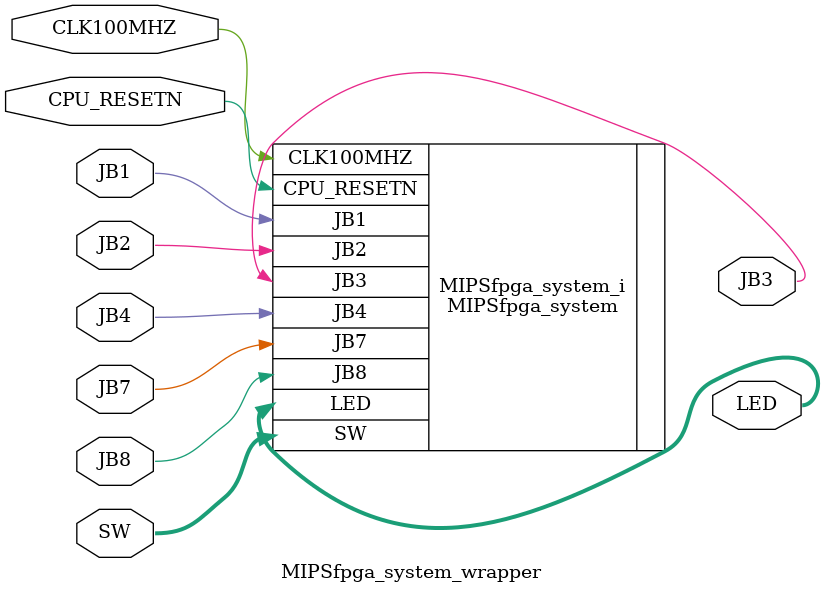
<source format=v>
`timescale 1 ps / 1 ps

module MIPSfpga_system_wrapper
   (CLK100MHZ,
    CPU_RESETN,
    JB1,
    JB2,
    JB3,
    JB4,
    JB7,
    JB8,
    LED,
    SW);
  input CLK100MHZ;
  input CPU_RESETN;
  input JB1;
  input JB2;
  output JB3;
  input JB4;
  input JB7;
  input JB8;
  output [15:0]LED;
  input [15:0]SW;

  wire CLK100MHZ;
  wire CPU_RESETN;
  wire JB1;
  wire JB2;
  wire JB3;
  wire JB4;
  wire JB7;
  wire JB8;
  wire [15:0]LED;
  wire [15:0]SW;

  MIPSfpga_system MIPSfpga_system_i
       (.CLK100MHZ(CLK100MHZ),
        .CPU_RESETN(CPU_RESETN),
        .JB1(JB1),
        .JB2(JB2),
        .JB3(JB3),
        .JB4(JB4),
        .JB7(JB7),
        .JB8(JB8),
        .LED(LED),
        .SW(SW));
endmodule

</source>
